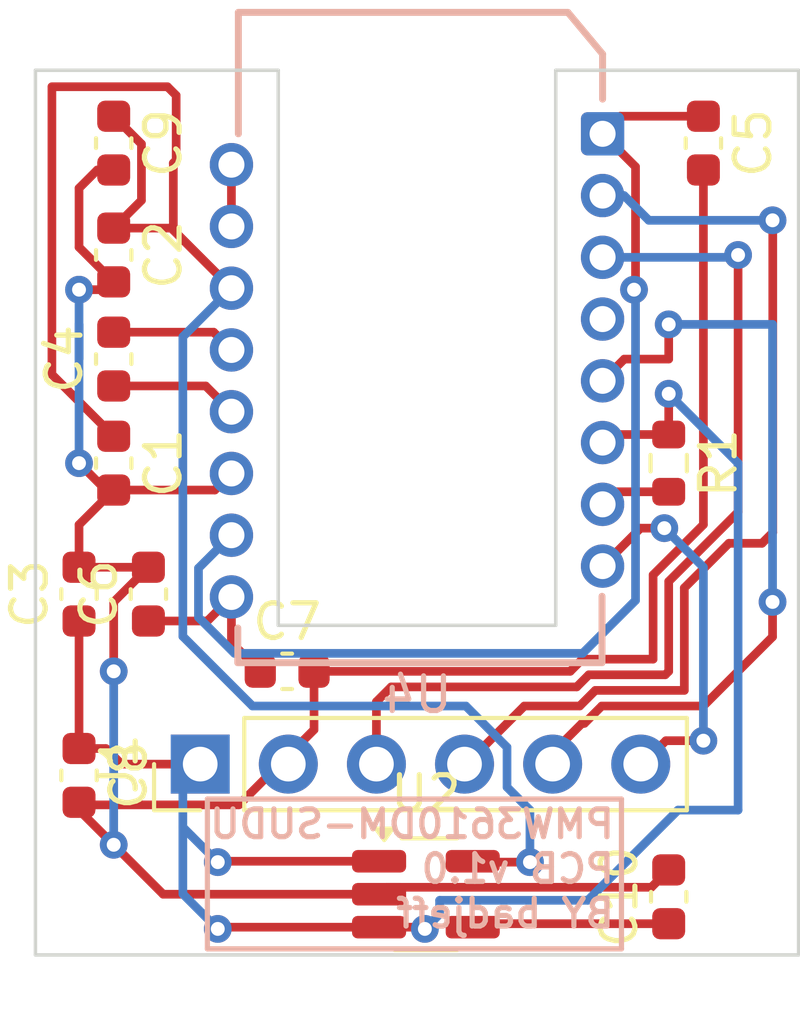
<source format=kicad_pcb>
(kicad_pcb (version 20240108) (generator "pcbnew") (generator_version "8.0")
  (title_block (title "PMW3610 PCB") (rev "1.0") (company "SideraKB") (comment 1 "Open Source Hardware, CERN-OHL-P v2") (comment 2 "PMW3610DM-SUDU laser mouse sensor breakout board"))
  (layers (0 "F.Cu" signal) (31 "B.Cu" signal) (34 "B.Paste" user) (35 "F.Paste" user) (36 "B.SilkS" user "B.Silkscreen") (37 "F.SilkS" user "F.Silkscreen") (38 "B.Mask" user) (39 "F.Mask" user) (44 "Edge.Cuts" user))
  (net 0 "")
  (net 1 "GND")
  (net 2 "+1V8")
  (net 3 "Net-(U4-CP)")
  (net 4 "VIN")
  (net 5 "SDIO")
  (net 6 "SCLK")
  (net 7 "nCS")
  (net 8 "MOTION")
  (net 9 "Net-(U4-CN)")
  (net 10 "Net-(U4-+VCSEL)")
  (net 11 "Net-(U4-VCP)")
  (net 12 "Net-(U4-NRESET)")
  (net 13 "Net-(U2-NC)")
  (net 15 "Net-(U4--VCSEL)")
  (footprint "Resistor_SMD:R_0603_1608Metric" (layer "F.Cu") (at 160.2564 103.325 -90)
    (property "Reference" "R1" (at 0 -1.43 90) (layer "F.SilkS"))
    (property "Value" "10k")
    (fp_line (start -0.237258 0.5225) (end 0.237258 0.5225) (stroke (width 0.12)) (layer "F.SilkS"))
    (fp_line (start -0.237258 -0.5225) (end 0.237258 -0.5225) (stroke (width 0.12)) (layer "F.SilkS"))
    (pad "1" smd roundrect (at -0.825 0 270) (size 0.8 0.95) (layers "F.Cu" "F.Paste" "F.Mask") (net 4 "VIN"))
    (pad "2" smd roundrect (at 0.825 0 270) (size 0.8 0.95) (layers "F.Cu" "F.Paste" "F.Mask") (net 12 "Net-(U4-NRESET)"))
  )
  (footprint "Capacitor_SMD:C_0603_1608Metric" (layer "F.Cu") (at 144.2564 97.325 -90)
    (property "Reference" "C2" (at 0 -1.43 90) (layer "F.SilkS"))
    (property "Value" "100nF")
    (fp_line (start -0.14058 0.51) (end 0.14058 0.51) (stroke (width 0.12)) (layer "F.SilkS"))
    (fp_line (start -0.14058 -0.51) (end 0.14058 -0.51) (stroke (width 0.12)) (layer "F.SilkS"))
    (pad "1" smd roundrect (at -0.775 0 270) (size 0.9 0.95) (layers "F.Cu" "F.Paste" "F.Mask") (net 2 "+1V8"))
    (pad "2" smd roundrect (at 0.775 0 270) (size 0.9 0.95) (layers "F.Cu" "F.Paste" "F.Mask") (net 1 "GND"))
  )
  (footprint "Capacitor_SMD:C_0603_1608Metric" (layer "F.Cu") (at 161.2564 94.1 -90)
    (property "Reference" "C5" (at 0 -1.43 90) (layer "F.SilkS"))
    (property "Value" "10nF")
    (fp_line (start -0.14058 0.51) (end 0.14058 0.51) (stroke (width 0.12)) (layer "F.SilkS"))
    (fp_line (start -0.14058 -0.51) (end 0.14058 -0.51) (stroke (width 0.12)) (layer "F.SilkS"))
    (pad "1" smd roundrect (at -0.775 0 270) (size 0.9 0.95) (layers "F.Cu" "F.Paste" "F.Mask") (net 10 "Net-(U4-+VCSEL)"))
    (pad "2" smd roundrect (at 0.775 0 270) (size 0.9 0.95) (layers "F.Cu" "F.Paste" "F.Mask") (net 1 "GND"))
  )
  (footprint "Capacitor_SMD:C_0603_1608Metric" (layer "F.Cu") (at 143.2564 107.1 90)
    (property "Reference" "C3" (at 0 -1.43 90) (layer "F.SilkS"))
    (property "Value" "100nF")
    (fp_line (start -0.14058 -0.51) (end 0.14058 -0.51) (stroke (width 0.12)) (layer "F.SilkS"))
    (fp_line (start -0.14058 0.51) (end 0.14058 0.51) (stroke (width 0.12)) (layer "F.SilkS"))
    (pad "1" smd roundrect (at -0.775 0 90) (size 0.9 0.95) (layers "F.Cu" "F.Paste" "F.Mask") (net 4 "VIN"))
    (pad "2" smd roundrect (at 0.775 0 90) (size 0.9 0.95) (layers "F.Cu" "F.Paste" "F.Mask") (net 1 "GND"))
  )
  (footprint "Capacitor_SMD:C_0603_1608Metric" (layer "F.Cu") (at 160.2564 115.825 90)
    (property "Reference" "C10" (at 0 -1.43 90) (layer "F.SilkS"))
    (property "Value" "22nF")
    (fp_line (start -0.14058 -0.51) (end 0.14058 -0.51) (stroke (width 0.12)) (layer "F.SilkS"))
    (fp_line (start -0.14058 0.51) (end 0.14058 0.51) (stroke (width 0.12)) (layer "F.SilkS"))
    (pad "1" smd roundrect (at -0.775 0 90) (size 0.9 0.95) (layers "F.Cu" "F.Paste" "F.Mask") (net 13 "Net-(U2-NC)"))
    (pad "2" smd roundrect (at 0.775 0 90) (size 0.9 0.95) (layers "F.Cu" "F.Paste" "F.Mask") (net 1 "GND"))
  )
  (footprint "Capacitor_SMD:C_0603_1608Metric" (layer "F.Cu") (at 143.2564 112.325 -90)
    (property "Reference" "C8" (at 0 -1.43 90) (layer "F.SilkS"))
    (property "Value" "1uF")
    (fp_line (start -0.14058 0.51) (end 0.14058 0.51) (stroke (width 0.12)) (layer "F.SilkS"))
    (fp_line (start -0.14058 -0.51) (end 0.14058 -0.51) (stroke (width 0.12)) (layer "F.SilkS"))
    (pad "1" smd roundrect (at -0.775 0 270) (size 0.9 0.95) (layers "F.Cu" "F.Paste" "F.Mask") (net 4 "VIN"))
    (pad "2" smd roundrect (at 0.775 0 270) (size 0.9 0.95) (layers "F.Cu" "F.Paste" "F.Mask") (net 1 "GND"))
  )
  (footprint "Capacitor_SMD:C_0603_1608Metric" (layer "F.Cu") (at 144.2564 100.325 90)
    (property "Reference" "C4" (at 0 -1.43 90) (layer "F.SilkS"))
    (property "Value" "100nF X7R")
    (fp_line (start -0.14058 -0.51) (end 0.14058 -0.51) (stroke (width 0.12)) (layer "F.SilkS"))
    (fp_line (start -0.14058 0.51) (end 0.14058 0.51) (stroke (width 0.12)) (layer "F.SilkS"))
    (pad "1" smd roundrect (at -0.775 0 90) (size 0.9 0.95) (layers "F.Cu" "F.Paste" "F.Mask") (net 3 "Net-(U4-CP)"))
    (pad "2" smd roundrect (at 0.775 0 90) (size 0.9 0.95) (layers "F.Cu" "F.Paste" "F.Mask") (net 9 "Net-(U4-CN)"))
  )
  (footprint "Capacitor_SMD:C_0603_1608Metric" (layer "F.Cu") (at 149.2564 109.325)
    (property "Reference" "C7" (at 0 -1.43 0) (layer "F.SilkS"))
    (property "Value" "10nF X7R")
    (fp_line (start -0.14058 -0.51) (end 0.14058 -0.51) (stroke (width 0.12)) (layer "F.SilkS"))
    (fp_line (start -0.14058 0.51) (end 0.14058 0.51) (stroke (width 0.12)) (layer "F.SilkS"))
    (pad "1" smd roundrect (at -0.775 0) (size 0.9 0.95) (layers "F.Cu" "F.Paste" "F.Mask") (net 11 "Net-(U4-VCP)"))
    (pad "2" smd roundrect (at 0.775 0) (size 0.9 0.95) (layers "F.Cu" "F.Paste" "F.Mask") (net 1 "GND"))
  )
  (footprint "Capacitor_SMD:C_0603_1608Metric" (layer "F.Cu") (at 144.2564 94.1 -90)
    (property "Reference" "C9" (at 0 -1.43 90) (layer "F.SilkS"))
    (property "Value" "1uF")
    (fp_line (start -0.14058 0.51) (end 0.14058 0.51) (stroke (width 0.12)) (layer "F.SilkS"))
    (fp_line (start -0.14058 -0.51) (end 0.14058 -0.51) (stroke (width 0.12)) (layer "F.SilkS"))
    (pad "1" smd roundrect (at -0.775 0 270) (size 0.9 0.95) (layers "F.Cu" "F.Paste" "F.Mask") (net 2 "+1V8"))
    (pad "2" smd roundrect (at 0.775 0 270) (size 0.9 0.95) (layers "F.Cu" "F.Paste" "F.Mask") (net 1 "GND"))
  )
  (footprint "Capacitor_SMD:C_0603_1608Metric" (layer "F.Cu") (at 144.2564 103.325 -90)
    (property "Reference" "C1" (at 0 -1.43 90) (layer "F.SilkS"))
    (property "Value" "3.3uF/16V")
    (fp_line (start -0.14058 0.51) (end 0.14058 0.51) (stroke (width 0.12)) (layer "F.SilkS"))
    (fp_line (start -0.14058 -0.51) (end 0.14058 -0.51) (stroke (width 0.12)) (layer "F.SilkS"))
    (pad "1" smd roundrect (at -0.775 0 270) (size 0.9 0.95) (layers "F.Cu" "F.Paste" "F.Mask") (net 2 "+1V8"))
    (pad "2" smd roundrect (at 0.775 0 270) (size 0.9 0.95) (layers "F.Cu" "F.Paste" "F.Mask") (net 1 "GND"))
  )
  (footprint "Connector_PinHeader_2.54mm:PinHeader_1x06_P2.54mm_Vertical" (layer "F.Cu") (at 146.75 112 90)
    (property "Reference" "J1" (at 0 -2.33 90) (layer "F.SilkS"))
    (property "Value" "Conn_01x06")
    (fp_line (start -1.33 -1.33) (end 0 -1.33) (stroke (width 0.12)) (layer "F.SilkS"))
    (fp_line (start -1.33 0) (end -1.33 -1.33) (stroke (width 0.12)) (layer "F.SilkS"))
    (fp_line (start 1.33 1.27) (end 1.33 14.03) (stroke (width 0.12)) (layer "F.SilkS"))
    (fp_line (start -1.33 1.27) (end 1.33 1.27) (stroke (width 0.12)) (layer "F.SilkS"))
    (fp_line (start -1.33 1.27) (end -1.33 14.03) (stroke (width 0.12)) (layer "F.SilkS"))
    (fp_line (start -1.33 14.03) (end 1.33 14.03) (stroke (width 0.12)) (layer "F.SilkS"))
    (pad "1" thru_hole rect (at 0 0 90) (size 1.7 1.7) (drill 1) (layers "*.Cu" "*.Mask") (net 4 "VIN"))
    (pad "2" thru_hole oval (at 0 2.54 90) (size 1.7 1.7) (drill 1) (layers "*.Cu" "*.Mask") (net 1 "GND"))
    (pad "3" thru_hole oval (at 0 5.08 90) (size 1.7 1.7) (drill 1) (layers "*.Cu" "*.Mask") (net 6 "SCLK"))
    (pad "4" thru_hole oval (at 0 7.62 90) (size 1.7 1.7) (drill 1) (layers "*.Cu" "*.Mask") (net 5 "SDIO"))
    (pad "5" thru_hole oval (at 0 10.16 90) (size 1.7 1.7) (drill 1) (layers "*.Cu" "*.Mask") (net 7 "nCS"))
    (pad "6" thru_hole oval (at 0 12.7 90) (size 1.7 1.7) (drill 1) (layers "*.Cu" "*.Mask") (net 8 "MOTION"))
  )
  (footprint "Package_TO_SOT_SMD:SOT-23-5_HandSoldering" (layer "F.Cu") (at 153.2564 115.75)
    (property "Reference" "U2" (at 0 -2.9 0) (layer "F.SilkS"))
    (property "Value" "TLV74318PDBVR")
    (fp_line (start -0.9 1.61) (end 0.9 1.61) (stroke (width 0.12)) (layer "F.SilkS"))
    (fp_line (start 0.1 -1.61) (end -0.7 -1.61) (stroke (width 0.12)) (layer "F.SilkS"))
    (fp_line (start 0.1 -1.61) (end 0.9 -1.61) (stroke (width 0.12)) (layer "F.SilkS"))
    (fp_poly (pts (xy -1.2 -1.56) (xy -1.44 -1.89) (xy -0.96 -1.89) (xy -1.2 -1.56)) (stroke (width 0.12)) (fill solid) (layer "F.SilkS"))
    (pad "1" smd roundrect (at -1.35 -0.95) (size 1.56 0.65) (layers "F.Cu" "F.Paste" "F.Mask") (net 4 "VIN"))
    (pad "2" smd roundrect (at -1.35 0) (size 1.56 0.65) (layers "F.Cu" "F.Paste" "F.Mask") (net 1 "GND"))
    (pad "3" smd roundrect (at -1.35 0.95) (size 1.56 0.65) (layers "F.Cu" "F.Paste" "F.Mask") (net 4 "VIN"))
    (pad "4" smd roundrect (at 1.35 0.95) (size 1.56 0.65) (layers "F.Cu" "F.Paste" "F.Mask") (net 13 "Net-(U2-NC)"))
    (pad "5" smd roundrect (at 1.35 -0.95) (size 1.56 0.65) (layers "F.Cu" "F.Paste" "F.Mask") (net 2 "+1V8"))
  )
  (footprint "Capacitor_SMD:C_0603_1608Metric" (layer "F.Cu") (at 145.2564 107.1 90)
    (property "Reference" "C6" (at 0 -1.43 90) (layer "F.SilkS"))
    (property "Value" "10uF X7R")
    (fp_line (start -0.14058 -0.51) (end 0.14058 -0.51) (stroke (width 0.12)) (layer "F.SilkS"))
    (fp_line (start -0.14058 0.51) (end 0.14058 0.51) (stroke (width 0.12)) (layer "F.SilkS"))
    (pad "1" smd roundrect (at -0.775 0 90) (size 0.9 0.95) (layers "F.Cu" "F.Paste" "F.Mask") (net 11 "Net-(U4-VCP)"))
    (pad "2" smd roundrect (at 0.775 0 90) (size 0.9 0.95) (layers "F.Cu" "F.Paste" "F.Mask") (net 1 "GND"))
  )
  (footprint "pmw3610_pcb:PMW3610DM-SUDU 16Pin" (layer "B.Cu") (at 153 100 90)
    (property "Reference" "U4" (at -10 0 0) (layer "B.SilkS") (effects (justify mirror)))
    (property "Value" "PMW3610")
    (fp_line (start -8.0772 -5.166) (end -9.0772 -5.166) (stroke (width 0.2)) (layer "B.SilkS"))
    (fp_line (start 9.668 -5.15) (end 9.668 4.35) (stroke (width 0.2)) (layer "B.SilkS"))
    (fp_line (start 6.168 -5.15) (end 9.668 -5.15) (stroke (width 0.2)) (layer "B.SilkS"))
    (fp_line (start 9.668 4.35) (end 8.468 5.35) (stroke (width 0.2)) (layer "B.SilkS"))
    (fp_line (start -7.1628 5.334) (end -9.0772 5.334) (stroke (width 0.2)) (layer "B.SilkS"))
    (fp_line (start -9.0772 5.334) (end -9.0772 -5.166) (stroke (width 0.2)) (layer "B.SilkS"))
    (fp_line (start 8.468 5.35) (end 7.168 5.35) (stroke (width 0.2)) (layer "B.SilkS"))
    (pad "1" thru_hole roundrect (at 6.168 5.35 270) (size 1.25 1.25) (drill 0.75) (layers "*.Cu" "*.Mask") (roundrect_rratio 0.15) (net 10 "Net-(U4-+VCSEL)"))
    (pad "2" thru_hole oval (at 4.388 5.35 270) (size 1.25 1.25) (drill 0.75) (layers "*.Cu" "*.Mask") (net 5 "SDIO"))
    (pad "3" thru_hole oval (at 2.608 5.35 270) (size 1.25 1.25) (drill 0.75) (layers "*.Cu" "*.Mask") (net 6 "SCLK"))
    (pad "4" thru_hole oval (at 0.828 5.35 270) (size 1.25 1.25) (drill 0.75) (layers "*.Cu" "*.Mask"))
    (pad "5" thru_hole oval (at -0.952 5.35 270) (size 1.25 1.25) (drill 0.75) (layers "*.Cu" "*.Mask") (net 7 "nCS"))
    (pad "6" thru_hole oval (at -2.732 5.35 270) (size 1.25 1.25) (drill 0.75) (layers "*.Cu" "*.Mask") (net 4 "VIN"))
    (pad "7" thru_hole oval (at -4.512 5.35 270) (size 1.25 1.25) (drill 0.75) (layers "*.Cu" "*.Mask") (net 12 "Net-(U4-NRESET)"))
    (pad "8" thru_hole oval (at -6.292 5.35 270) (size 1.25 1.25) (drill 0.75) (layers "*.Cu" "*.Mask") (net 8 "MOTION"))
    (pad "9" thru_hole oval (at -7.182 -5.35 270) (size 1.25 1.25) (drill 0.75) (layers "*.Cu" "*.Mask") (net 11 "Net-(U4-VCP)"))
    (pad "10" thru_hole oval (at -5.402 -5.35 270) (size 1.25 1.25) (drill 0.75) (layers "*.Cu" "*.Mask") (net 10 "Net-(U4-+VCSEL)"))
    (pad "11" thru_hole oval (at -3.622 -5.35 270) (size 1.25 1.25) (drill 0.75) (layers "*.Cu" "*.Mask") (net 1 "GND"))
    (pad "12" thru_hole oval (at -1.842 -5.35 270) (size 1.25 1.25) (drill 0.75) (layers "*.Cu" "*.Mask") (net 3 "Net-(U4-CP)"))
    (pad "13" thru_hole oval (at -0.062 -5.35 270) (size 1.25 1.25) (drill 0.75) (layers "*.Cu" "*.Mask") (net 9 "Net-(U4-CN)"))
    (pad "14" thru_hole oval (at 1.718 -5.35 270) (size 1.25 1.25) (drill 0.75) (layers "*.Cu" "*.Mask") (net 2 "+1V8"))
    (pad "15" thru_hole oval (at 3.498 -5.35 270) (size 1.25 1.25) (drill 0.75) (layers "*.Cu" "*.Mask") (net 15 "Net-(U4--VCSEL)"))
    (pad "16" thru_hole oval (at 5.278 -5.35 270) (size 1.25 1.25) (drill 0.75) (layers "*.Cu" "*.Mask") (net 15 "Net-(U4--VCSEL)"))
  )
  (gr_line (start 158.8944 113.007) (end 146.9564 113.007) (stroke (width 0.15)) (layer "B.SilkS"))
  (gr_line (start 146.9564 113.007) (end 146.9564 117.325) (stroke (width 0.15)) (layer "B.SilkS"))
  (gr_line (start 146.9564 117.325) (end 158.8944 117.325) (stroke (width 0.15)) (layer "B.SilkS"))
  (gr_line (start 158.8944 117.325) (end 158.8944 113.007) (stroke (width 0.15)) (layer "B.SilkS"))
  (gr_line (start 142 117.5) (end 142 92) (stroke (width 0.1)) (layer "Edge.Cuts"))
  (gr_line (start 164 117.5) (end 142 117.5) (stroke (width 0.1)) (layer "Edge.Cuts"))
  (gr_line (start 157 108) (end 157 92) (stroke (width 0.1)) (layer "Edge.Cuts"))
  (gr_line (start 142 92) (end 149 92) (stroke (width 0.1)) (layer "Edge.Cuts"))
  (gr_line (start 149 108) (end 157 108) (stroke (width 0.1)) (layer "Edge.Cuts"))
  (gr_line (start 149 92) (end 149 108) (stroke (width 0.1)) (layer "Edge.Cuts"))
  (gr_line (start 157 92) (end 164 92) (stroke (width 0.1)) (layer "Edge.Cuts"))
  (gr_line (start 164 92) (end 164 117.5) (stroke (width 0.1)) (layer "Edge.Cuts"))
  (gr_text "PMW3610DM-SUDU\nPCB v1.0\nBY badjeff" (at 158.764 116.773 0) (layer "B.SilkS") (effects (font (size 0.8 0.8)) (justify left bottom mirror)))
  (segment (start 143.2564 113.1) (end 143.2564 113.325) (width 0.25) (layer "F.Cu") (net 1))
  (segment (start 150.0314 111.0086) (end 149.04 112) (width 0.25) (layer "F.Cu") (net 1))
  (segment (start 144.0314 98.325) (end 144.2564 98.1) (width 0.25) (layer "F.Cu") (net 1))
  (segment (start 152.1064 115.55) (end 151.9064 115.75) (width 0.25) (layer "F.Cu") (net 1))
  (segment (start 157.767661 108.975) (end 157.417661 109.325) (width 0.25) (layer "F.Cu") (net 1))
  (segment (start 147.172 104.1) (end 147.65 103.622) (width 0.25) (layer "F.Cu") (net 1))
  (segment (start 143.2564 113.325) (end 144.2564 114.325) (width 0.25) (layer "F.Cu") (net 1))
  (segment (start 160.2564 115.05) (end 159.7564 115.55) (width 0.25) (layer "F.Cu") (net 1))
  (segment (start 159.8064 108.975) (end 157.767661 108.975) (width 0.25) (layer "F.Cu") (net 1))
  (segment (start 143.2564 113.1) (end 143.3314 113.175) (width 0.25) (layer "F.Cu") (net 1))
  (segment (start 144.0314 104.1) (end 143.2564 103.325) (width 0.25) (layer "F.Cu") (net 1))
  (segment (start 151.9064 115.75) (end 145.6814 115.75) (width 0.25) (layer "F.Cu") (net 1))
  (segment (start 161.2564 105.097351) (end 159.8064 106.547351) (width 0.25) (layer "F.Cu") (net 1))
  (segment (start 143.2564 97.1) (end 144.2564 98.1) (width 0.25) (layer "F.Cu") (net 1))
  (segment (start 143.2564 98.325) (end 144.0314 98.325) (width 0.25) (layer "F.Cu") (net 1))
  (segment (start 143.2564 95.4) (end 143.2564 97.1) (width 0.25) (layer "F.Cu") (net 1))
  (segment (start 144.2564 104.1) (end 144.0314 104.1) (width 0.25) (layer "F.Cu") (net 1))
  (segment (start 159.7564 115.55) (end 152.1064 115.55) (width 0.25) (layer "F.Cu") (net 1))
  (segment (start 145.6814 115.75) (end 144.2564 114.325) (width 0.25) (layer "F.Cu") (net 1))
  (segment (start 143.3314 113.175) (end 147.865 113.175) (width 0.25) (layer "F.Cu") (net 1))
  (segment (start 159.8064 106.547351) (end 159.8064 108.975) (width 0.25) (layer "F.Cu") (net 1))
  (segment (start 157.417661 109.325) (end 150.0314 109.325) (width 0.25) (layer "F.Cu") (net 1))
  (segment (start 144.2564 109.325) (end 144.2564 107.325) (width 0.25) (layer "F.Cu") (net 1))
  (segment (start 143.2564 105.1) (end 144.2564 104.1) (width 0.25) (layer "F.Cu") (net 1))
  (segment (start 145.2564 106.325) (end 143.2564 106.325) (width 0.25) (layer "F.Cu") (net 1))
  (segment (start 144.2564 104.1) (end 147.172 104.1) (width 0.25) (layer "F.Cu") (net 1))
  (segment (start 150.0314 109.325) (end 150.0314 111.0086) (width 0.25) (layer "F.Cu") (net 1))
  (segment (start 147.865 113.175) (end 149.04 112) (width 0.25) (layer "F.Cu") (net 1))
  (segment (start 143.7814 94.875) (end 143.2564 95.4) (width 0.25) (layer "F.Cu") (net 1))
  (segment (start 144.2564 94.875) (end 143.7814 94.875) (width 0.25) (layer "F.Cu") (net 1))
  (segment (start 161.2564 94.875) (end 161.2564 105.097351) (width 0.25) (layer "F.Cu") (net 1))
  (segment (start 144.2564 107.325) (end 145.2564 106.325) (width 0.25) (layer "F.Cu") (net 1))
  (segment (start 143.2564 106.325) (end 143.2564 105.1) (width 0.25) (layer "F.Cu") (net 1))
  (via (at 143.2564 98.325) (size 0.8) (drill 0.4) (layers "F.Cu" "B.Cu") (net 1))
  (via (at 144.2564 114.325) (size 0.8) (drill 0.4) (layers "F.Cu" "B.Cu") (net 1))
  (via (at 143.2564 103.325) (size 0.8) (drill 0.4) (layers "F.Cu" "B.Cu") (net 1))
  (via (at 144.2564 109.325) (size 0.8) (drill 0.4) (layers "F.Cu" "B.Cu") (net 1))
  (segment (start 143.2564 99.325) (end 143.2564 100.325) (width 0.25) (layer "B.Cu") (net 1))
  (segment (start 143.2564 103.325) (end 143.2564 99.325) (width 0.25) (layer "B.Cu") (net 1))
  (segment (start 144.2564 114.325) (end 144.2564 109.325) (width 0.25) (layer "B.Cu") (net 1))
  (segment (start 143.2564 100.325) (end 143.2564 98.325) (width 0.25) (layer "B.Cu") (net 1))
  (segment (start 144.2564 102.55) (end 142.475 100.7686) (width 0.25) (layer "F.Cu") (net 2))
  (segment (start 145.8064 92.475) (end 146.0564 92.725) (width 0.25) (layer "F.Cu") (net 2))
  (segment (start 142.475 100.7686) (end 142.475 92.475) (width 0.25) (layer "F.Cu") (net 2))
  (segment (start 145.918 96.55) (end 147.65 98.282) (width 0.25) (layer "F.Cu") (net 2))
  (segment (start 144.2564 93.325) (end 145.0564 94.125) (width 0.25) (layer "F.Cu") (net 2))
  (segment (start 145.0564 95.75) (end 144.2564 96.55) (width 0.25) (layer "F.Cu") (net 2))
  (segment (start 146.0564 92.725) (end 146.0564 94.5936) (width 0.25) (layer "F.Cu") (net 2))
  (segment (start 156.2564 114.825) (end 154.6314 114.825) (width 0.25) (layer "F.Cu") (net 2))
  (segment (start 145.0564 94.125) (end 145.0564 95.75) (width 0.25) (layer "F.Cu") (net 2))
  (segment (start 154.6314 114.825) (end 154.6064 114.8) (width 0.25) (layer "F.Cu") (net 2))
  (segment (start 142.475 92.475) (end 145.8064 92.475) (width 0.25) (layer "F.Cu") (net 2))
  (segment (start 145.9747 96.6067) (end 147.65 98.282) (width 0.25) (layer "F.Cu") (net 2))
  (segment (start 144.2564 96.55) (end 145.918 96.55) (width 0.25) (layer "F.Cu") (net 2))
  (segment (start 146.0564 94.5936) (end 145.9747 94.6753) (width 0.25) (layer "F.Cu") (net 2))
  (segment (start 145.9747 94.6753) (end 145.9747 96.6067) (width 0.25) (layer "F.Cu") (net 2))
  (via (at 156.2564 114.825) (size 0.8) (drill 0.4) (layers "F.Cu" "B.Cu") (net 2))
  (segment (start 155.595 111.513299) (end 154.406701 110.325) (width 0.25) (layer "B.Cu") (net 2))
  (segment (start 146.25 99.682) (end 147.65 98.282) (width 0.25) (layer "B.Cu") (net 2))
  (segment (start 156.2564 113.325) (end 155.595 112.6636) (width 0.25) (layer "B.Cu") (net 2))
  (segment (start 156.2564 114.825) (end 156.2564 113.325) (width 0.25) (layer "B.Cu") (net 2))
  (segment (start 146.25 108.3186) (end 146.25 99.682) (width 0.25) (layer "B.Cu") (net 2))
  (segment (start 154.406701 110.325) (end 148.2564 110.325) (width 0.25) (layer "B.Cu") (net 2))
  (segment (start 148.2564 110.325) (end 146.25 108.3186) (width 0.25) (layer "B.Cu") (net 2))
  (segment (start 155.595 112.6636) (end 155.595 111.513299) (width 0.25) (layer "B.Cu") (net 2))
  (segment (start 146.908 101.1) (end 147.65 101.842) (width 0.25) (layer "F.Cu") (net 3))
  (segment (start 144.2564 101.1) (end 146.908 101.1) (width 0.25) (layer "F.Cu") (net 3))
  (segment (start 158.582 102.5) (end 158.35 102.732) (width 0.25) (layer "F.Cu") (net 4))
  (segment (start 153.1764 116.7) (end 153.2264 116.75) (width 0.25) (layer "F.Cu") (net 4))
  (segment (start 151.9064 116.7) (end 147.3064 116.7) (width 0.25) (layer "F.Cu") (net 4))
  (segment (start 151.9064 116.7) (end 153.1764 116.7) (width 0.25) (layer "F.Cu") (net 4))
  (segment (start 147.2814 114.8) (end 147.2564 114.825) (width 0.25) (layer "F.Cu") (net 4))
  (segment (start 147.3064 116.7) (end 147.2564 116.75) (width 0.25) (layer "F.Cu") (net 4))
  (segment (start 144.0314 111.55) (end 144.4814 112) (width 0.25) (layer "F.Cu") (net 4))
  (segment (start 143.2564 111.55) (end 144.0314 111.55) (width 0.25) (layer "F.Cu") (net 4))
  (segment (start 151.9064 114.8) (end 147.2814 114.8) (width 0.25) (layer "F.Cu") (net 4))
  (segment (start 143.2564 107.875) (end 143.2564 111.55) (width 0.25) (layer "F.Cu") (net 4))
  (segment (start 144.4814 112) (end 146.5 112) (width 0.25) (layer "F.Cu") (net 4))
  (segment (start 160.2564 102.5) (end 160.2564 101.325) (width 0.25) (layer "F.Cu") (net 4))
  (segment (start 160.2564 102.5) (end 158.582 102.5) (width 0.25) (layer "F.Cu") (net 4))
  (via (at 153.2264 116.75) (size 0.8) (drill 0.4) (layers "F.Cu" "B.Cu") (net 4))
  (via (at 147.2564 116.75) (size 0.8) (drill 0.4) (layers "F.Cu" "B.Cu") (net 4))
  (via (at 160.2564 101.325) (size 0.8) (drill 0.4) (layers "F.Cu" "B.Cu") (net 4))
  (via (at 147.2564 114.825) (size 0.8) (drill 0.4) (layers "F.Cu" "B.Cu") (net 4))
  (segment (start 162.2564 103.325) (end 160.2564 101.325) (width 0.25) (layer "B.Cu") (net 4))
  (segment (start 147.2564 114.825) (end 146.5 114.0686) (width 0.25) (layer "B.Cu") (net 4))
  (segment (start 146.25 113.8186) (end 146.25 112) (width 0.25) (layer "B.Cu") (net 4))
  (segment (start 146.5 114.0686) (end 146.25 113.8186) (width 0.25) (layer "B.Cu") (net 4))
  (segment (start 146.25 115.7436) (end 147.2564 116.75) (width 0.25) (layer "B.Cu") (net 4))
  (segment (start 162.2564 113.325) (end 162.2564 103.325) (width 0.25) (layer "B.Cu") (net 4))
  (segment (start 153.2264 116.75) (end 153.6514 116.325) (width 0.25) (layer "B.Cu") (net 4))
  (segment (start 160.525 113.325) (end 162.2564 113.325) (width 0.25) (layer "B.Cu") (net 4))
  (segment (start 153.6514 116.325) (end 153.6514 115.93) (width 0.25) (layer "B.Cu") (net 4))
  (segment (start 153.6514 115.93) (end 153.6564 115.925) (width 0.25) (layer "B.Cu") (net 4))
  (segment (start 146.25 113.8186) (end 146.25 115.7436) (width 0.25) (layer "B.Cu") (net 4))
  (segment (start 153.6564 115.925) (end 157.925 115.925) (width 0.25) (layer "B.Cu") (net 4))
  (segment (start 157.925 115.925) (end 160.525 113.325) (width 0.25) (layer "B.Cu") (net 4))
  (segment (start 162.946176 105.635224) (end 161.99132 105.635224) (width 0.25) (layer "F.Cu") (net 5))
  (segment (start 160.7064 106.920144) (end 160.7064 109.875) (width 0.25) (layer "F.Cu") (net 5))
  (segment (start 161.99132 105.635224) (end 160.7064 106.920144) (width 0.25) (layer "F.Cu") (net 5))
  (segment (start 163.2564 96.3314) (end 163.2564 105.325) (width 0.25) (layer "F.Cu") (net 5))
  (segment (start 156.095 110.325) (end 154.42 112) (width 0.25) (layer "F.Cu") (net 5))
  (segment (start 160.7064 109.875) (end 158.140453 109.875) (width 0.25) (layer "F.Cu") (net 5))
  (segment (start 158.140453 109.875) (end 157.690453 110.325) (width 0.25) (layer "F.Cu") (net 5))
  (segment (start 163.2564 105.325) (end 162.946176 105.635224) (width 0.25) (layer "F.Cu") (net 5))
  (segment (start 163.25 96.325) (end 163.2564 96.3314) (width 0.25) (layer "F.Cu") (net 5))
  (segment (start 157.690453 110.325) (end 156.095 110.325) (width 0.25) (layer "F.Cu") (net 5))
  (via (at 163.25 96.325) (size 0.8) (drill 0.4) (layers "F.Cu" "B.Cu") (net 5))
  (segment (start 158.9694 95.612) (end 158.35 95.612) (width 0.25) (layer "B.Cu") (net 5))
  (segment (start 163.25 96.325) (end 159.6824 96.325) (width 0.25) (layer "B.Cu") (net 5))
  (segment (start 159.6824 96.325) (end 158.9694 95.612) (width 0.25) (layer "B.Cu") (net 5))
  (segment (start 151.83 110.2014) (end 152.2564 109.775) (width 0.25) (layer "F.Cu") (net 6))
  (segment (start 160.1564 109.425) (end 160.2564 109.325) (width 0.25) (layer "F.Cu") (net 6))
  (segment (start 160.2564 106.733747) (end 162.2564 104.733747) (width 0.25) (layer "F.Cu") (net 6))
  (segment (start 152.2564 109.775) (end 157.604057 109.775) (width 0.25) (layer "F.Cu") (net 6))
  (segment (start 151.83 112) (end 151.83 110.2014) (width 0.25) (layer "F.Cu") (net 6))
  (segment (start 157.954057 109.425) (end 160.1564 109.425) (width 0.25) (layer "F.Cu") (net 6))
  (segment (start 160.2564 109.325) (end 160.2564 106.733747) (width 0.25) (layer "F.Cu") (net 6))
  (segment (start 157.604057 109.775) (end 157.954057 109.425) (width 0.25) (layer "F.Cu") (net 6))
  (segment (start 162.2564 104.733747) (end 162.2564 97.325) (width 0.25) (layer "F.Cu") (net 6))
  (via (at 162.2564 97.325) (size 0.8) (drill 0.4) (layers "F.Cu" "B.Cu") (net 6))
  (segment (start 162.2564 97.325) (end 162.1894 97.392) (width 0.25) (layer "B.Cu") (net 6))
  (segment (start 162.1894 97.392) (end 158.35 97.392) (width 0.25) (layer "B.Cu") (net 6))
  (segment (start 163.25 108.3314) (end 161.2564 110.325) (width 0.25) (layer "F.Cu") (net 7))
  (segment (start 163.25 107.325) (end 163.25 108.3314) (width 0.25) (layer "F.Cu") (net 7))
  (segment (start 160.2564 99.325) (end 160.2564 100.325) (width 0.25) (layer "F.Cu") (net 7))
  (segment (start 160.2564 100.325) (end 158.977 100.325) (width 0.25) (layer "F.Cu") (net 7))
  (segment (start 156.96 111.6214) (end 156.96 112) (width 0.25) (layer "F.Cu") (net 7))
  (segment (start 161.2564 110.325) (end 158.326849 110.325) (width 0.25) (layer "F.Cu") (net 7))
  (segment (start 157.7564 110.825) (end 156.96 111.6214) (width 0.25) (layer "F.Cu") (net 7))
  (segment (start 158.326849 110.325) (end 157.826849 110.825) (width 0.25) (layer "F.Cu") (net 7))
  (segment (start 157.826849 110.825) (end 157.7564 110.825) (width 0.25) (layer "F.Cu") (net 7))
  (segment (start 158.977 100.325) (end 158.35 100.952) (width 0.25) (layer "F.Cu") (net 7))
  (via (at 163.25 107.325) (size 0.8) (drill 0.4) (layers "F.Cu" "B.Cu") (net 7))
  (via (at 160.2564 99.325) (size 0.8) (drill 0.4) (layers "F.Cu" "B.Cu") (net 7))
  (segment (start 163.25 107.325) (end 163.25 99.325) (width 0.25) (layer "B.Cu") (net 7))
  (segment (start 163.25 99.325) (end 160.2564 99.325) (width 0.25) (layer "B.Cu") (net 7))
  (segment (start 159.5 112) (end 160.175 111.325) (width 0.25) (layer "F.Cu") (net 8))
  (segment (start 160.129923 105.198522) (end 159.443478 105.198522) (width 0.25) (layer "F.Cu") (net 8))
  (segment (start 160.175 111.325) (end 161.2564 111.325) (width 0.25) (layer "F.Cu") (net 8))
  (segment (start 159.443478 105.198522) (end 158.35 106.292) (width 0.25) (layer "F.Cu") (net 8))
  (via (at 161.2564 111.325) (size 0.8) (drill 0.4) (layers "F.Cu" "B.Cu") (net 8))
  (via (at 160.129923 105.198522) (size 0.8) (drill 0.4) (layers "F.Cu" "B.Cu") (net 8))
  (segment (start 161.2564 111.325) (end 161.2564 106.324999) (width 0.25) (layer "B.Cu") (net 8))
  (segment (start 161.2564 106.324999) (end 160.129923 105.198522) (width 0.25) (layer "B.Cu") (net 8))
  (segment (start 147.138 99.55) (end 147.65 100.062) (width 0.25) (layer "F.Cu") (net 9))
  (segment (start 144.2564 99.55) (end 147.138 99.55) (width 0.25) (layer "F.Cu") (net 9))
  (segment (start 159.2564 98.325) (end 159.3 98.2814) (width 0.25) (layer "F.Cu") (net 10))
  (segment (start 159.3 98.2814) (end 159.3 94.782) (width 0.25) (layer "F.Cu") (net 10))
  (segment (start 159.3 94.782) (end 158.35 93.832) (width 0.25) (layer "F.Cu") (net 10))
  (segment (start 161.2564 93.325) (end 158.857 93.325) (width 0.25) (layer "F.Cu") (net 10))
  (segment (start 158.857 93.325) (end 158.35 93.832) (width 0.25) (layer "F.Cu") (net 10))
  (via (at 159.2564 98.325) (size 0.8) (drill 0.4) (layers "F.Cu" "B.Cu") (net 10))
  (segment (start 147.65 105.402) (end 146.7 106.352) (width 0.25) (layer "B.Cu") (net 10))
  (segment (start 146.7 106.352) (end 146.7 107.7686) (width 0.25) (layer "B.Cu") (net 10))
  (segment (start 159.3 107.2814) (end 159.3 98.3686) (width 0.25) (layer "B.Cu") (net 10))
  (segment (start 146.7 107.7686) (end 147.7384 108.807) (width 0.25) (layer "B.Cu") (net 10))
  (segment (start 157.7744 108.807) (end 159.3 107.2814) (width 0.25) (layer "B.Cu") (net 10))
  (segment (start 147.7384 108.807) (end 157.7744 108.807) (width 0.25) (layer "B.Cu") (net 10))
  (segment (start 159.3 98.3686) (end 159.2564 98.325) (width 0.25) (layer "B.Cu") (net 10))
  (segment (start 146.957 107.875) (end 147.65 107.182) (width 0.25) (layer "F.Cu") (net 11))
  (segment (start 147.65 108.4936) (end 148.4814 109.325) (width 0.25) (layer "F.Cu") (net 11))
  (segment (start 147.65 107.182) (end 147.65 108.4936) (width 0.25) (layer "F.Cu") (net 11))
  (segment (start 145.2564 107.875) (end 146.957 107.875) (width 0.25) (layer "F.Cu") (net 11))
  (segment (start 160.2564 104.15) (end 158.712 104.15) (width 0.25) (layer "F.Cu") (net 12))
  (segment (start 158.712 104.15) (end 158.35 104.512) (width 0.25) (layer "F.Cu") (net 12))
  (segment (start 160.2564 116.6) (end 154.7064 116.6) (width 0.25) (layer "F.Cu") (net 13))
  (segment (start 154.7064 116.6) (end 154.6064 116.7) (width 0.25) (layer "F.Cu") (net 13))
  (segment (start 147.65 94.722) (end 147.65 96.502) (width 0.25) (layer "F.Cu") (net 15))
)
</source>
